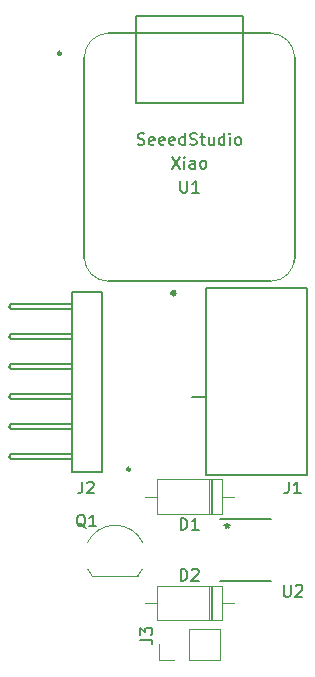
<source format=gbr>
%TF.GenerationSoftware,KiCad,Pcbnew,7.0.9*%
%TF.CreationDate,2024-09-19T11:25:21-04:00*%
%TF.ProjectId,Module_PCB,4d6f6475-6c65-45f5-9043-422e6b696361,rev?*%
%TF.SameCoordinates,Original*%
%TF.FileFunction,Legend,Top*%
%TF.FilePolarity,Positive*%
%FSLAX46Y46*%
G04 Gerber Fmt 4.6, Leading zero omitted, Abs format (unit mm)*
G04 Created by KiCad (PCBNEW 7.0.9) date 2024-09-19 11:25:21*
%MOMM*%
%LPD*%
G01*
G04 APERTURE LIST*
%ADD10C,0.150000*%
%ADD11C,0.120000*%
%ADD12C,0.200000*%
%ADD13C,0.254000*%
%ADD14C,0.152400*%
%ADD15C,0.127000*%
%ADD16C,0.025400*%
%ADD17C,0.250000*%
G04 APERTURE END LIST*
D10*
X9261905Y-43554819D02*
X9261905Y-42554819D01*
X9261905Y-42554819D02*
X9500000Y-42554819D01*
X9500000Y-42554819D02*
X9642857Y-42602438D01*
X9642857Y-42602438D02*
X9738095Y-42697676D01*
X9738095Y-42697676D02*
X9785714Y-42792914D01*
X9785714Y-42792914D02*
X9833333Y-42983390D01*
X9833333Y-42983390D02*
X9833333Y-43126247D01*
X9833333Y-43126247D02*
X9785714Y-43316723D01*
X9785714Y-43316723D02*
X9738095Y-43411961D01*
X9738095Y-43411961D02*
X9642857Y-43507200D01*
X9642857Y-43507200D02*
X9500000Y-43554819D01*
X9500000Y-43554819D02*
X9261905Y-43554819D01*
X10785714Y-43554819D02*
X10214286Y-43554819D01*
X10500000Y-43554819D02*
X10500000Y-42554819D01*
X10500000Y-42554819D02*
X10404762Y-42697676D01*
X10404762Y-42697676D02*
X10309524Y-42792914D01*
X10309524Y-42792914D02*
X10214286Y-42840533D01*
X18416666Y-39454819D02*
X18416666Y-40169104D01*
X18416666Y-40169104D02*
X18369047Y-40311961D01*
X18369047Y-40311961D02*
X18273809Y-40407200D01*
X18273809Y-40407200D02*
X18130952Y-40454819D01*
X18130952Y-40454819D02*
X18035714Y-40454819D01*
X19416666Y-40454819D02*
X18845238Y-40454819D01*
X19130952Y-40454819D02*
X19130952Y-39454819D01*
X19130952Y-39454819D02*
X19035714Y-39597676D01*
X19035714Y-39597676D02*
X18940476Y-39692914D01*
X18940476Y-39692914D02*
X18845238Y-39740533D01*
X1204761Y-43350057D02*
X1109523Y-43302438D01*
X1109523Y-43302438D02*
X1014285Y-43207200D01*
X1014285Y-43207200D02*
X871428Y-43064342D01*
X871428Y-43064342D02*
X776190Y-43016723D01*
X776190Y-43016723D02*
X680952Y-43016723D01*
X728571Y-43254819D02*
X633333Y-43207200D01*
X633333Y-43207200D02*
X538095Y-43111961D01*
X538095Y-43111961D02*
X490476Y-42921485D01*
X490476Y-42921485D02*
X490476Y-42588152D01*
X490476Y-42588152D02*
X538095Y-42397676D01*
X538095Y-42397676D02*
X633333Y-42302438D01*
X633333Y-42302438D02*
X728571Y-42254819D01*
X728571Y-42254819D02*
X919047Y-42254819D01*
X919047Y-42254819D02*
X1014285Y-42302438D01*
X1014285Y-42302438D02*
X1109523Y-42397676D01*
X1109523Y-42397676D02*
X1157142Y-42588152D01*
X1157142Y-42588152D02*
X1157142Y-42921485D01*
X1157142Y-42921485D02*
X1109523Y-43111961D01*
X1109523Y-43111961D02*
X1014285Y-43207200D01*
X1014285Y-43207200D02*
X919047Y-43254819D01*
X919047Y-43254819D02*
X728571Y-43254819D01*
X2109523Y-43254819D02*
X1538095Y-43254819D01*
X1823809Y-43254819D02*
X1823809Y-42254819D01*
X1823809Y-42254819D02*
X1728571Y-42397676D01*
X1728571Y-42397676D02*
X1633333Y-42492914D01*
X1633333Y-42492914D02*
X1538095Y-42540533D01*
X5849819Y-52833333D02*
X6564104Y-52833333D01*
X6564104Y-52833333D02*
X6706961Y-52880952D01*
X6706961Y-52880952D02*
X6802200Y-52976190D01*
X6802200Y-52976190D02*
X6849819Y-53119047D01*
X6849819Y-53119047D02*
X6849819Y-53214285D01*
X5849819Y-52452380D02*
X5849819Y-51833333D01*
X5849819Y-51833333D02*
X6230771Y-52166666D01*
X6230771Y-52166666D02*
X6230771Y-52023809D01*
X6230771Y-52023809D02*
X6278390Y-51928571D01*
X6278390Y-51928571D02*
X6326009Y-51880952D01*
X6326009Y-51880952D02*
X6421247Y-51833333D01*
X6421247Y-51833333D02*
X6659342Y-51833333D01*
X6659342Y-51833333D02*
X6754580Y-51880952D01*
X6754580Y-51880952D02*
X6802200Y-51928571D01*
X6802200Y-51928571D02*
X6849819Y-52023809D01*
X6849819Y-52023809D02*
X6849819Y-52309523D01*
X6849819Y-52309523D02*
X6802200Y-52404761D01*
X6802200Y-52404761D02*
X6754580Y-52452380D01*
X17988095Y-48204819D02*
X17988095Y-49014342D01*
X17988095Y-49014342D02*
X18035714Y-49109580D01*
X18035714Y-49109580D02*
X18083333Y-49157200D01*
X18083333Y-49157200D02*
X18178571Y-49204819D01*
X18178571Y-49204819D02*
X18369047Y-49204819D01*
X18369047Y-49204819D02*
X18464285Y-49157200D01*
X18464285Y-49157200D02*
X18511904Y-49109580D01*
X18511904Y-49109580D02*
X18559523Y-49014342D01*
X18559523Y-49014342D02*
X18559523Y-48204819D01*
X18988095Y-48300057D02*
X19035714Y-48252438D01*
X19035714Y-48252438D02*
X19130952Y-48204819D01*
X19130952Y-48204819D02*
X19369047Y-48204819D01*
X19369047Y-48204819D02*
X19464285Y-48252438D01*
X19464285Y-48252438D02*
X19511904Y-48300057D01*
X19511904Y-48300057D02*
X19559523Y-48395295D01*
X19559523Y-48395295D02*
X19559523Y-48490533D01*
X19559523Y-48490533D02*
X19511904Y-48633390D01*
X19511904Y-48633390D02*
X18940476Y-49204819D01*
X18940476Y-49204819D02*
X19559523Y-49204819D01*
X13200000Y-42954819D02*
X13200000Y-43192914D01*
X12961905Y-43097676D02*
X13200000Y-43192914D01*
X13200000Y-43192914D02*
X13438095Y-43097676D01*
X13057143Y-43383390D02*
X13200000Y-43192914D01*
X13200000Y-43192914D02*
X13342857Y-43383390D01*
X9261905Y-47854819D02*
X9261905Y-46854819D01*
X9261905Y-46854819D02*
X9500000Y-46854819D01*
X9500000Y-46854819D02*
X9642857Y-46902438D01*
X9642857Y-46902438D02*
X9738095Y-46997676D01*
X9738095Y-46997676D02*
X9785714Y-47092914D01*
X9785714Y-47092914D02*
X9833333Y-47283390D01*
X9833333Y-47283390D02*
X9833333Y-47426247D01*
X9833333Y-47426247D02*
X9785714Y-47616723D01*
X9785714Y-47616723D02*
X9738095Y-47711961D01*
X9738095Y-47711961D02*
X9642857Y-47807200D01*
X9642857Y-47807200D02*
X9500000Y-47854819D01*
X9500000Y-47854819D02*
X9261905Y-47854819D01*
X10214286Y-46950057D02*
X10261905Y-46902438D01*
X10261905Y-46902438D02*
X10357143Y-46854819D01*
X10357143Y-46854819D02*
X10595238Y-46854819D01*
X10595238Y-46854819D02*
X10690476Y-46902438D01*
X10690476Y-46902438D02*
X10738095Y-46950057D01*
X10738095Y-46950057D02*
X10785714Y-47045295D01*
X10785714Y-47045295D02*
X10785714Y-47140533D01*
X10785714Y-47140533D02*
X10738095Y-47283390D01*
X10738095Y-47283390D02*
X10166667Y-47854819D01*
X10166667Y-47854819D02*
X10785714Y-47854819D01*
X9238095Y-13994819D02*
X9238095Y-14804342D01*
X9238095Y-14804342D02*
X9285714Y-14899580D01*
X9285714Y-14899580D02*
X9333333Y-14947200D01*
X9333333Y-14947200D02*
X9428571Y-14994819D01*
X9428571Y-14994819D02*
X9619047Y-14994819D01*
X9619047Y-14994819D02*
X9714285Y-14947200D01*
X9714285Y-14947200D02*
X9761904Y-14899580D01*
X9761904Y-14899580D02*
X9809523Y-14804342D01*
X9809523Y-14804342D02*
X9809523Y-13994819D01*
X10809523Y-14994819D02*
X10238095Y-14994819D01*
X10523809Y-14994819D02*
X10523809Y-13994819D01*
X10523809Y-13994819D02*
X10428571Y-14137676D01*
X10428571Y-14137676D02*
X10333333Y-14232914D01*
X10333333Y-14232914D02*
X10238095Y-14280533D01*
X5619047Y-10907200D02*
X5761904Y-10954819D01*
X5761904Y-10954819D02*
X5999999Y-10954819D01*
X5999999Y-10954819D02*
X6095237Y-10907200D01*
X6095237Y-10907200D02*
X6142856Y-10859580D01*
X6142856Y-10859580D02*
X6190475Y-10764342D01*
X6190475Y-10764342D02*
X6190475Y-10669104D01*
X6190475Y-10669104D02*
X6142856Y-10573866D01*
X6142856Y-10573866D02*
X6095237Y-10526247D01*
X6095237Y-10526247D02*
X5999999Y-10478628D01*
X5999999Y-10478628D02*
X5809523Y-10431009D01*
X5809523Y-10431009D02*
X5714285Y-10383390D01*
X5714285Y-10383390D02*
X5666666Y-10335771D01*
X5666666Y-10335771D02*
X5619047Y-10240533D01*
X5619047Y-10240533D02*
X5619047Y-10145295D01*
X5619047Y-10145295D02*
X5666666Y-10050057D01*
X5666666Y-10050057D02*
X5714285Y-10002438D01*
X5714285Y-10002438D02*
X5809523Y-9954819D01*
X5809523Y-9954819D02*
X6047618Y-9954819D01*
X6047618Y-9954819D02*
X6190475Y-10002438D01*
X6999999Y-10907200D02*
X6904761Y-10954819D01*
X6904761Y-10954819D02*
X6714285Y-10954819D01*
X6714285Y-10954819D02*
X6619047Y-10907200D01*
X6619047Y-10907200D02*
X6571428Y-10811961D01*
X6571428Y-10811961D02*
X6571428Y-10431009D01*
X6571428Y-10431009D02*
X6619047Y-10335771D01*
X6619047Y-10335771D02*
X6714285Y-10288152D01*
X6714285Y-10288152D02*
X6904761Y-10288152D01*
X6904761Y-10288152D02*
X6999999Y-10335771D01*
X6999999Y-10335771D02*
X7047618Y-10431009D01*
X7047618Y-10431009D02*
X7047618Y-10526247D01*
X7047618Y-10526247D02*
X6571428Y-10621485D01*
X7857142Y-10907200D02*
X7761904Y-10954819D01*
X7761904Y-10954819D02*
X7571428Y-10954819D01*
X7571428Y-10954819D02*
X7476190Y-10907200D01*
X7476190Y-10907200D02*
X7428571Y-10811961D01*
X7428571Y-10811961D02*
X7428571Y-10431009D01*
X7428571Y-10431009D02*
X7476190Y-10335771D01*
X7476190Y-10335771D02*
X7571428Y-10288152D01*
X7571428Y-10288152D02*
X7761904Y-10288152D01*
X7761904Y-10288152D02*
X7857142Y-10335771D01*
X7857142Y-10335771D02*
X7904761Y-10431009D01*
X7904761Y-10431009D02*
X7904761Y-10526247D01*
X7904761Y-10526247D02*
X7428571Y-10621485D01*
X8714285Y-10907200D02*
X8619047Y-10954819D01*
X8619047Y-10954819D02*
X8428571Y-10954819D01*
X8428571Y-10954819D02*
X8333333Y-10907200D01*
X8333333Y-10907200D02*
X8285714Y-10811961D01*
X8285714Y-10811961D02*
X8285714Y-10431009D01*
X8285714Y-10431009D02*
X8333333Y-10335771D01*
X8333333Y-10335771D02*
X8428571Y-10288152D01*
X8428571Y-10288152D02*
X8619047Y-10288152D01*
X8619047Y-10288152D02*
X8714285Y-10335771D01*
X8714285Y-10335771D02*
X8761904Y-10431009D01*
X8761904Y-10431009D02*
X8761904Y-10526247D01*
X8761904Y-10526247D02*
X8285714Y-10621485D01*
X9619047Y-10954819D02*
X9619047Y-9954819D01*
X9619047Y-10907200D02*
X9523809Y-10954819D01*
X9523809Y-10954819D02*
X9333333Y-10954819D01*
X9333333Y-10954819D02*
X9238095Y-10907200D01*
X9238095Y-10907200D02*
X9190476Y-10859580D01*
X9190476Y-10859580D02*
X9142857Y-10764342D01*
X9142857Y-10764342D02*
X9142857Y-10478628D01*
X9142857Y-10478628D02*
X9190476Y-10383390D01*
X9190476Y-10383390D02*
X9238095Y-10335771D01*
X9238095Y-10335771D02*
X9333333Y-10288152D01*
X9333333Y-10288152D02*
X9523809Y-10288152D01*
X9523809Y-10288152D02*
X9619047Y-10335771D01*
X10047619Y-10907200D02*
X10190476Y-10954819D01*
X10190476Y-10954819D02*
X10428571Y-10954819D01*
X10428571Y-10954819D02*
X10523809Y-10907200D01*
X10523809Y-10907200D02*
X10571428Y-10859580D01*
X10571428Y-10859580D02*
X10619047Y-10764342D01*
X10619047Y-10764342D02*
X10619047Y-10669104D01*
X10619047Y-10669104D02*
X10571428Y-10573866D01*
X10571428Y-10573866D02*
X10523809Y-10526247D01*
X10523809Y-10526247D02*
X10428571Y-10478628D01*
X10428571Y-10478628D02*
X10238095Y-10431009D01*
X10238095Y-10431009D02*
X10142857Y-10383390D01*
X10142857Y-10383390D02*
X10095238Y-10335771D01*
X10095238Y-10335771D02*
X10047619Y-10240533D01*
X10047619Y-10240533D02*
X10047619Y-10145295D01*
X10047619Y-10145295D02*
X10095238Y-10050057D01*
X10095238Y-10050057D02*
X10142857Y-10002438D01*
X10142857Y-10002438D02*
X10238095Y-9954819D01*
X10238095Y-9954819D02*
X10476190Y-9954819D01*
X10476190Y-9954819D02*
X10619047Y-10002438D01*
X10904762Y-10288152D02*
X11285714Y-10288152D01*
X11047619Y-9954819D02*
X11047619Y-10811961D01*
X11047619Y-10811961D02*
X11095238Y-10907200D01*
X11095238Y-10907200D02*
X11190476Y-10954819D01*
X11190476Y-10954819D02*
X11285714Y-10954819D01*
X12047619Y-10288152D02*
X12047619Y-10954819D01*
X11619048Y-10288152D02*
X11619048Y-10811961D01*
X11619048Y-10811961D02*
X11666667Y-10907200D01*
X11666667Y-10907200D02*
X11761905Y-10954819D01*
X11761905Y-10954819D02*
X11904762Y-10954819D01*
X11904762Y-10954819D02*
X12000000Y-10907200D01*
X12000000Y-10907200D02*
X12047619Y-10859580D01*
X12952381Y-10954819D02*
X12952381Y-9954819D01*
X12952381Y-10907200D02*
X12857143Y-10954819D01*
X12857143Y-10954819D02*
X12666667Y-10954819D01*
X12666667Y-10954819D02*
X12571429Y-10907200D01*
X12571429Y-10907200D02*
X12523810Y-10859580D01*
X12523810Y-10859580D02*
X12476191Y-10764342D01*
X12476191Y-10764342D02*
X12476191Y-10478628D01*
X12476191Y-10478628D02*
X12523810Y-10383390D01*
X12523810Y-10383390D02*
X12571429Y-10335771D01*
X12571429Y-10335771D02*
X12666667Y-10288152D01*
X12666667Y-10288152D02*
X12857143Y-10288152D01*
X12857143Y-10288152D02*
X12952381Y-10335771D01*
X13428572Y-10954819D02*
X13428572Y-10288152D01*
X13428572Y-9954819D02*
X13380953Y-10002438D01*
X13380953Y-10002438D02*
X13428572Y-10050057D01*
X13428572Y-10050057D02*
X13476191Y-10002438D01*
X13476191Y-10002438D02*
X13428572Y-9954819D01*
X13428572Y-9954819D02*
X13428572Y-10050057D01*
X14047619Y-10954819D02*
X13952381Y-10907200D01*
X13952381Y-10907200D02*
X13904762Y-10859580D01*
X13904762Y-10859580D02*
X13857143Y-10764342D01*
X13857143Y-10764342D02*
X13857143Y-10478628D01*
X13857143Y-10478628D02*
X13904762Y-10383390D01*
X13904762Y-10383390D02*
X13952381Y-10335771D01*
X13952381Y-10335771D02*
X14047619Y-10288152D01*
X14047619Y-10288152D02*
X14190476Y-10288152D01*
X14190476Y-10288152D02*
X14285714Y-10335771D01*
X14285714Y-10335771D02*
X14333333Y-10383390D01*
X14333333Y-10383390D02*
X14380952Y-10478628D01*
X14380952Y-10478628D02*
X14380952Y-10764342D01*
X14380952Y-10764342D02*
X14333333Y-10859580D01*
X14333333Y-10859580D02*
X14285714Y-10907200D01*
X14285714Y-10907200D02*
X14190476Y-10954819D01*
X14190476Y-10954819D02*
X14047619Y-10954819D01*
X8523810Y-11954819D02*
X9190476Y-12954819D01*
X9190476Y-11954819D02*
X8523810Y-12954819D01*
X9571429Y-12954819D02*
X9571429Y-12288152D01*
X9571429Y-11954819D02*
X9523810Y-12002438D01*
X9523810Y-12002438D02*
X9571429Y-12050057D01*
X9571429Y-12050057D02*
X9619048Y-12002438D01*
X9619048Y-12002438D02*
X9571429Y-11954819D01*
X9571429Y-11954819D02*
X9571429Y-12050057D01*
X10476190Y-12954819D02*
X10476190Y-12431009D01*
X10476190Y-12431009D02*
X10428571Y-12335771D01*
X10428571Y-12335771D02*
X10333333Y-12288152D01*
X10333333Y-12288152D02*
X10142857Y-12288152D01*
X10142857Y-12288152D02*
X10047619Y-12335771D01*
X10476190Y-12907200D02*
X10380952Y-12954819D01*
X10380952Y-12954819D02*
X10142857Y-12954819D01*
X10142857Y-12954819D02*
X10047619Y-12907200D01*
X10047619Y-12907200D02*
X10000000Y-12811961D01*
X10000000Y-12811961D02*
X10000000Y-12716723D01*
X10000000Y-12716723D02*
X10047619Y-12621485D01*
X10047619Y-12621485D02*
X10142857Y-12573866D01*
X10142857Y-12573866D02*
X10380952Y-12573866D01*
X10380952Y-12573866D02*
X10476190Y-12526247D01*
X11095238Y-12954819D02*
X11000000Y-12907200D01*
X11000000Y-12907200D02*
X10952381Y-12859580D01*
X10952381Y-12859580D02*
X10904762Y-12764342D01*
X10904762Y-12764342D02*
X10904762Y-12478628D01*
X10904762Y-12478628D02*
X10952381Y-12383390D01*
X10952381Y-12383390D02*
X11000000Y-12335771D01*
X11000000Y-12335771D02*
X11095238Y-12288152D01*
X11095238Y-12288152D02*
X11238095Y-12288152D01*
X11238095Y-12288152D02*
X11333333Y-12335771D01*
X11333333Y-12335771D02*
X11380952Y-12383390D01*
X11380952Y-12383390D02*
X11428571Y-12478628D01*
X11428571Y-12478628D02*
X11428571Y-12764342D01*
X11428571Y-12764342D02*
X11380952Y-12859580D01*
X11380952Y-12859580D02*
X11333333Y-12907200D01*
X11333333Y-12907200D02*
X11238095Y-12954819D01*
X11238095Y-12954819D02*
X11095238Y-12954819D01*
X916666Y-39454819D02*
X916666Y-40169104D01*
X916666Y-40169104D02*
X869047Y-40311961D01*
X869047Y-40311961D02*
X773809Y-40407200D01*
X773809Y-40407200D02*
X630952Y-40454819D01*
X630952Y-40454819D02*
X535714Y-40454819D01*
X1345238Y-39550057D02*
X1392857Y-39502438D01*
X1392857Y-39502438D02*
X1488095Y-39454819D01*
X1488095Y-39454819D02*
X1726190Y-39454819D01*
X1726190Y-39454819D02*
X1821428Y-39502438D01*
X1821428Y-39502438D02*
X1869047Y-39550057D01*
X1869047Y-39550057D02*
X1916666Y-39645295D01*
X1916666Y-39645295D02*
X1916666Y-39740533D01*
X1916666Y-39740533D02*
X1869047Y-39883390D01*
X1869047Y-39883390D02*
X1297619Y-40454819D01*
X1297619Y-40454819D02*
X1916666Y-40454819D01*
D11*
%TO.C,D1*%
X13740000Y-40750000D02*
X12720000Y-40750000D01*
X12720000Y-42220000D02*
X12720000Y-39280000D01*
X12720000Y-39280000D02*
X7280000Y-39280000D01*
X11940000Y-42220000D02*
X11940000Y-39280000D01*
X11820000Y-42220000D02*
X11820000Y-39280000D01*
X11700000Y-42220000D02*
X11700000Y-39280000D01*
X7280000Y-42220000D02*
X12720000Y-42220000D01*
X7280000Y-39280000D02*
X7280000Y-42220000D01*
X6260000Y-40750000D02*
X7280000Y-40750000D01*
D12*
%TO.C,J1*%
X19925000Y-23105000D02*
X19925000Y-38895000D01*
X11425000Y-23105000D02*
X19925000Y-23105000D01*
X11425000Y-23105000D02*
X11425000Y-32270000D01*
X11425000Y-32270000D02*
X11425000Y-38895000D01*
X10253000Y-32270000D02*
X11425000Y-32270000D01*
X11425000Y-38895000D02*
X19925000Y-38895000D01*
D13*
X8799609Y-23507000D02*
G75*
G03*
X8799609Y-23507000I-179609J0D01*
G01*
D11*
%TO.C,Q1*%
X1770000Y-47450000D02*
X5620000Y-47450000D01*
X3710000Y-43150001D02*
G75*
G03*
X1353601Y-44651193I0J-2599999D01*
G01*
X1387369Y-46872045D02*
G75*
G03*
X1770000Y-47450000I2322631J1122045D01*
G01*
X6066400Y-44651193D02*
G75*
G03*
X3710000Y-43150000I-2356400J-1098807D01*
G01*
X5619999Y-47449999D02*
G75*
G03*
X6012382Y-46862264I-1909999J1699999D01*
G01*
%TO.C,J3*%
X7395000Y-54580000D02*
X7395000Y-53250000D01*
X8725000Y-54580000D02*
X7395000Y-54580000D01*
X9995000Y-54580000D02*
X12595000Y-54580000D01*
X9995000Y-54580000D02*
X9995000Y-51920000D01*
X12595000Y-54580000D02*
X12595000Y-51920000D01*
X9995000Y-51920000D02*
X12595000Y-51920000D01*
D14*
%TO.C,U2*%
X12629100Y-47878900D02*
X16870900Y-47878900D01*
X16870900Y-42621100D02*
X12629100Y-42621100D01*
D11*
%TO.C,D2*%
X13740000Y-49750000D02*
X12720000Y-49750000D01*
X12720000Y-51220000D02*
X12720000Y-48280000D01*
X12720000Y-48280000D02*
X7280000Y-48280000D01*
X11940000Y-51220000D02*
X11940000Y-48280000D01*
X11820000Y-51220000D02*
X11820000Y-48280000D01*
X11700000Y-51220000D02*
X11700000Y-48280000D01*
X7280000Y-51220000D02*
X12720000Y-51220000D01*
X7280000Y-48280000D02*
X7280000Y-51220000D01*
X6260000Y-49750000D02*
X7280000Y-49750000D01*
D15*
%TO.C,U1*%
X1100000Y-3500000D02*
X1100000Y-20500000D01*
X3100000Y-22500000D02*
X16900000Y-22500000D01*
X5500000Y-75970D02*
X14500000Y-75970D01*
X5500000Y-7429270D02*
X5500000Y-75970D01*
X14500000Y-75970D02*
X14500000Y-7429270D01*
X14500000Y-7429270D02*
X5500000Y-7429270D01*
X16900000Y-1500910D02*
X3100000Y-1500910D01*
X18900000Y-20500000D02*
X18900000Y-3500000D01*
D11*
X3100000Y-1500001D02*
G75*
G03*
X1100001Y-3500000I44612J-2044611D01*
G01*
X1100001Y-20500000D02*
G75*
G03*
X3100000Y-22499999I2044856J44857D01*
G01*
X18899999Y-3500000D02*
G75*
G03*
X16900000Y-1500001I-2044609J-44610D01*
G01*
X16900000Y-22500000D02*
G75*
G03*
X18900000Y-20500000I0J2000000D01*
G01*
D13*
X-873000Y-3200000D02*
G75*
G03*
X-873000Y-3200000I-127000J0D01*
G01*
D16*
X1112285Y-3438295D02*
X1115333Y-3389527D01*
X1119397Y-3340506D01*
X1112285Y-3438295D01*
X18887713Y-20570850D02*
X18884665Y-20619618D01*
X18880601Y-20668639D01*
X18875268Y-20717407D01*
X18868664Y-20766175D01*
X18861044Y-20814690D01*
X18852153Y-20862950D01*
X18842248Y-20910955D01*
X18889492Y-20521574D01*
X18887713Y-20570850D01*
D12*
%TO.C,J2*%
X100000Y-38620000D02*
X100000Y-29510000D01*
X2600000Y-38620000D02*
X100000Y-38620000D01*
X2600000Y-38620000D02*
X2600000Y-23380000D01*
X-5080000Y-37570000D02*
X-5300000Y-37347140D01*
X100000Y-37570000D02*
X-5080000Y-37570000D01*
X-5300000Y-37347140D02*
X-5080000Y-37130000D01*
X100000Y-37130000D02*
X-5080000Y-37130000D01*
X-5080000Y-35030000D02*
X-5300000Y-34807140D01*
X100000Y-35030000D02*
X-5080000Y-35030000D01*
X-5300000Y-34807140D02*
X-5080000Y-34590000D01*
X100000Y-34590000D02*
X-5080000Y-34590000D01*
X-5080000Y-32490000D02*
X-5300000Y-32267140D01*
X100000Y-32490000D02*
X-5080000Y-32490000D01*
X-5300000Y-32267140D02*
X-5080000Y-32050000D01*
X100000Y-32050000D02*
X-5080000Y-32050000D01*
X-5080000Y-29950000D02*
X-5300000Y-29727140D01*
X100000Y-29950000D02*
X-5080000Y-29950000D01*
X-5300000Y-29727140D02*
X-5080000Y-29510000D01*
X100000Y-29510000D02*
X-5080000Y-29510000D01*
X100000Y-29510000D02*
X100000Y-27410000D01*
X-5080000Y-27410000D02*
X-5300000Y-27187140D01*
X100000Y-27410000D02*
X-5080000Y-27410000D01*
X100000Y-27410000D02*
X100000Y-26970000D01*
X-5300000Y-27187140D02*
X-5080000Y-26970000D01*
X100000Y-26970000D02*
X-5080000Y-26970000D01*
X100000Y-26970000D02*
X100000Y-24870000D01*
X-5080000Y-24870000D02*
X-5300000Y-24647140D01*
X100000Y-24870000D02*
X-5080000Y-24870000D01*
X100000Y-24870000D02*
X100000Y-24430000D01*
X-5300000Y-24647140D02*
X-5080000Y-24430000D01*
X100000Y-24430000D02*
X-5080000Y-24430000D01*
X100000Y-24430000D02*
X100000Y-23380000D01*
X2600000Y-23380000D02*
X100000Y-23380000D01*
D17*
X4970000Y-38420000D02*
G75*
G03*
X4970000Y-38420000I-120000J0D01*
G01*
%TD*%
M02*

</source>
